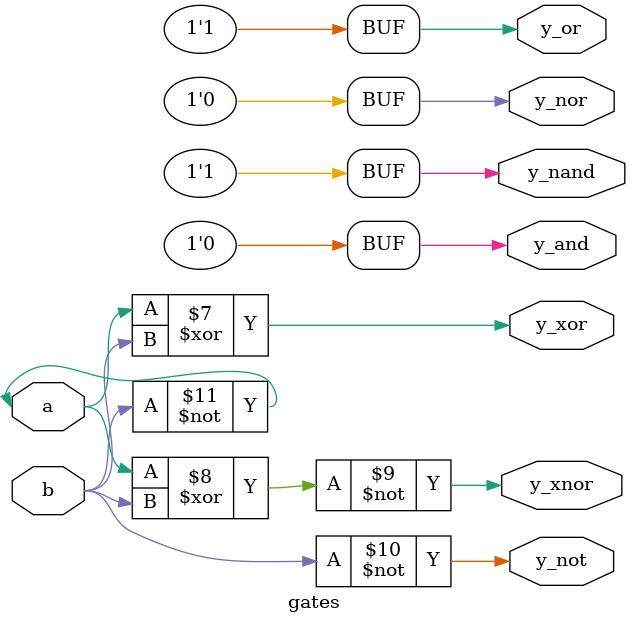
<source format=sv>
module gates(a,b,y_and,y_or,y_not,y_nand,y_nor,y_xor,y_xnor);
input a,b;
output y_and,y_or,y_not,y_nand,y_nor,y_xor,y_xnor;
and A1(y_and,a,b);
or O1(y_or,a,b);
not N1(y_not,a,b);
nand N2(y_nand,a,b);
nor N3(y_nor,a,b);
xor X1(y_xor,a,b);
xnor X2(y_xnor,a,b);
endmodule


</source>
